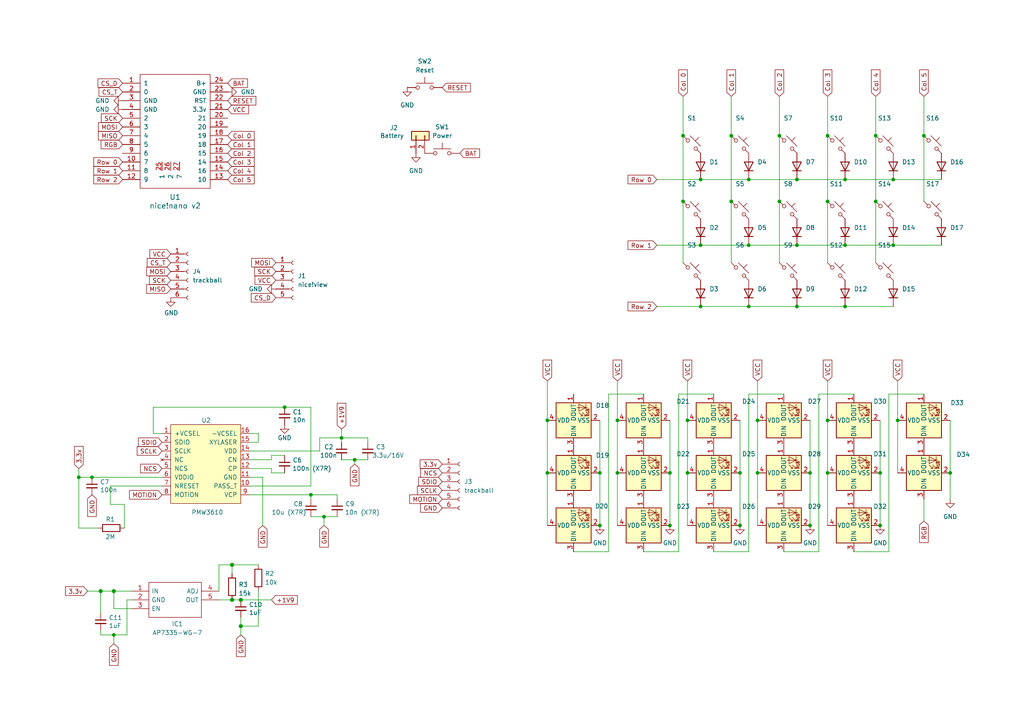
<source format=kicad_sch>
(kicad_sch (version 20231120) (generator "eeschema") (generator_version "8.0")
  (paper "A4")
  (junction (at 29.21 171.45) (diameter 1.016))
  (junction (at 240.03 58.42))
  (junction (at 179.07 121.92))
  (junction (at 67.31 173.99) (diameter 1.016))
  (junction (at 245.11 71.12))
  (junction (at 240.03 137.16))
  (junction (at 158.75 121.92))
  (junction (at 22.86 138.43))
  (junction (at 194.31 152.4))
  (junction (at 245.11 52.07))
  (junction (at 90.17 143.51))
  (junction (at 198.12 58.42))
  (junction (at 255.27 152.4))
  (junction (at 254 39.37))
  (junction (at 173.99 137.16))
  (junction (at 217.17 71.12))
  (junction (at 158.75 137.16))
  (junction (at 260.35 121.92))
  (junction (at 231.14 52.07))
  (junction (at 254 58.42))
  (junction (at 194.31 137.16))
  (junction (at 212.09 58.42))
  (junction (at 203.2 88.9))
  (junction (at 198.12 39.37))
  (junction (at 267.97 39.37))
  (junction (at 203.2 71.12))
  (junction (at 259.08 52.07))
  (junction (at 217.17 52.07))
  (junction (at 99.06 127))
  (junction (at 240.03 39.37))
  (junction (at 275.59 137.16))
  (junction (at 203.2 52.07))
  (junction (at 259.08 71.12))
  (junction (at 234.95 137.16))
  (junction (at 214.63 152.4))
  (junction (at 255.27 137.16))
  (junction (at 93.98 149.86))
  (junction (at 219.71 121.92))
  (junction (at 67.31 163.83) (diameter 1.016))
  (junction (at 219.71 137.16))
  (junction (at 245.11 88.9))
  (junction (at 69.85 181.61) (diameter 1.016))
  (junction (at 226.06 39.37))
  (junction (at 33.02 171.45) (diameter 1.016))
  (junction (at 226.06 58.42))
  (junction (at 240.03 121.92))
  (junction (at 26.67 138.43))
  (junction (at 214.63 137.16))
  (junction (at 82.55 118.11))
  (junction (at 212.09 39.37))
  (junction (at 173.99 152.4))
  (junction (at 199.39 121.92))
  (junction (at 217.17 88.9))
  (junction (at 179.07 137.16))
  (junction (at 69.85 173.99) (diameter 1.016))
  (junction (at 231.14 71.12))
  (junction (at 199.39 137.16))
  (junction (at 234.95 152.4))
  (junction (at 33.02 184.15))
  (junction (at 231.14 88.9))
  (junction (at 102.87 133.35))
  (wire (pts (xy 78.74 135.89) (xy 78.74 137.16)))
  (wire (pts (xy 72.39 140.97) (xy 90.17 140.97)))
  (wire (pts (xy 72.39 143.51) (xy 90.17 143.51)))
  (wire (pts (xy 257.81 160.02) (xy 247.65 160.02)))
  (wire (pts (xy 99.06 124.46) (xy 99.06 127)))
  (wire (pts (xy 90.17 143.51) (xy 90.17 144.78)))
  (wire (pts (xy 176.53 160.02) (xy 166.37 160.02)))
  (wire (pts (xy 28.448 153.162) (xy 22.86 153.162)))
  (wire (pts (xy 90.17 143.51) (xy 97.79 143.51)))
  (wire (pts (xy 72.39 130.81) (xy 92.71 130.81)))
  (wire (pts (xy 226.06 39.37) (xy 226.06 58.42)))
  (wire (pts (xy 267.97 39.37) (xy 267.97 58.42)))
  (wire (pts (xy 99.06 133.35) (xy 102.87 133.35)))
  (wire (pts (xy 245.11 71.12) (xy 259.08 71.12)))
  (wire (pts (xy 240.03 27.94) (xy 240.03 39.37)))
  (wire (pts (xy 92.71 130.81) (xy 92.71 127)))
  (wire (pts (xy 245.11 88.9) (xy 259.08 88.9)))
  (wire (pts (xy 102.87 133.35) (xy 106.68 133.35)))
  (wire (pts (xy 22.86 138.43) (xy 22.86 153.162)))
  (wire (pts (xy 217.17 114.3) (xy 217.17 160.02)))
  (wire (pts (xy 158.75 121.92) (xy 158.75 137.16)))
  (wire (pts (xy 234.95 121.92) (xy 234.95 137.16)))
  (wire (pts (xy 67.31 173.99) (xy 69.85 173.99)))
  (wire (pts (xy 44.45 125.73) (xy 46.99 125.73)))
  (wire (pts (xy 97.79 143.51) (xy 97.79 144.78)))
  (wire (pts (xy 67.31 163.83) (xy 67.31 166.37)))
  (wire (pts (xy 33.02 176.53) (xy 33.02 171.45)))
  (wire (pts (xy 196.85 114.3) (xy 196.85 160.02)))
  (wire (pts (xy 158.75 110.49) (xy 158.75 121.92)))
  (wire (pts (xy 254 58.42) (xy 254 76.2)))
  (wire (pts (xy 90.17 149.86) (xy 93.98 149.86)))
  (wire (pts (xy 29.21 184.15) (xy 33.02 184.15)))
  (wire (pts (xy 240.03 137.16) (xy 240.03 152.4)))
  (wire (pts (xy 212.09 58.42) (xy 212.09 76.2)))
  (wire (pts (xy 33.02 171.45) (xy 38.1 171.45)))
  (wire (pts (xy 32.004 140.97) (xy 46.99 140.97)))
  (wire (pts (xy 267.97 27.94) (xy 267.97 39.37)))
  (wire (pts (xy 93.98 149.86) (xy 97.79 149.86)))
  (wire (pts (xy 254 39.37) (xy 254 58.42)))
  (wire (pts (xy 275.59 121.92) (xy 275.59 137.16)))
  (wire (pts (xy 203.2 71.12) (xy 217.17 71.12)))
  (wire (pts (xy 69.85 179.07) (xy 69.85 181.61)))
  (wire (pts (xy 217.17 71.12) (xy 231.14 71.12)))
  (wire (pts (xy 72.39 125.73) (xy 74.93 125.73)))
  (wire (pts (xy 194.31 121.92) (xy 194.31 137.16)))
  (wire (pts (xy 217.17 160.02) (xy 207.01 160.02)))
  (wire (pts (xy 173.99 121.92) (xy 173.99 137.16)))
  (wire (pts (xy 257.81 114.3) (xy 257.81 160.02)))
  (wire (pts (xy 67.31 163.83) (xy 74.93 163.83)))
  (wire (pts (xy 199.39 110.49) (xy 199.39 121.92)))
  (wire (pts (xy 179.07 121.92) (xy 179.07 137.16)))
  (wire (pts (xy 255.27 121.92) (xy 255.27 137.16)))
  (wire (pts (xy 198.12 39.37) (xy 198.12 58.42)))
  (wire (pts (xy 82.55 118.11) (xy 44.45 118.11)))
  (wire (pts (xy 219.71 110.49) (xy 219.71 121.92)))
  (wire (pts (xy 36.068 146.304) (xy 32.004 146.304)))
  (wire (pts (xy 78.74 137.16) (xy 82.55 137.16)))
  (wire (pts (xy 231.14 71.12) (xy 245.11 71.12)))
  (wire (pts (xy 29.21 171.45) (xy 33.02 171.45)))
  (wire (pts (xy 36.83 173.99) (xy 36.83 184.15)))
  (wire (pts (xy 33.02 184.15) (xy 36.83 184.15)))
  (wire (pts (xy 226.06 58.42) (xy 226.06 76.2)))
  (wire (pts (xy 22.86 135.89) (xy 22.86 138.43)))
  (wire (pts (xy 158.75 137.16) (xy 158.75 152.4)))
  (wire (pts (xy 78.74 133.35) (xy 78.74 132.08)))
  (wire (pts (xy 190.5 52.07) (xy 203.2 52.07)))
  (wire (pts (xy 63.5 163.83) (xy 67.31 163.83)))
  (wire (pts (xy 72.39 128.27) (xy 74.93 128.27)))
  (wire (pts (xy 194.31 137.16) (xy 194.31 152.4)))
  (wire (pts (xy 217.17 52.07) (xy 231.14 52.07)))
  (wire (pts (xy 226.06 27.94) (xy 226.06 39.37)))
  (wire (pts (xy 217.17 88.9) (xy 231.14 88.9)))
  (wire (pts (xy 74.93 171.45) (xy 74.93 181.61)))
  (wire (pts (xy 179.07 137.16) (xy 179.07 152.4)))
  (wire (pts (xy 29.21 171.45) (xy 29.21 177.8)))
  (wire (pts (xy 198.12 27.94) (xy 198.12 39.37)))
  (wire (pts (xy 190.5 71.12) (xy 203.2 71.12)))
  (wire (pts (xy 240.03 121.92) (xy 240.03 137.16)))
  (wire (pts (xy 74.93 181.61) (xy 69.85 181.61)))
  (wire (pts (xy 69.85 173.99) (xy 78.74 173.99)))
  (wire (pts (xy 247.65 114.3) (xy 237.49 114.3)))
  (wire (pts (xy 29.21 184.15) (xy 29.21 182.88)))
  (wire (pts (xy 260.35 110.49) (xy 260.35 121.92)))
  (wire (pts (xy 102.87 134.62) (xy 102.87 133.35)))
  (wire (pts (xy 245.11 52.07) (xy 259.08 52.07)))
  (wire (pts (xy 212.09 27.94) (xy 212.09 39.37)))
  (wire (pts (xy 203.2 88.9) (xy 217.17 88.9)))
  (wire (pts (xy 259.08 52.07) (xy 273.05 52.07)))
  (wire (pts (xy 259.08 71.12) (xy 273.05 71.12)))
  (wire (pts (xy 214.63 121.92) (xy 214.63 137.16)))
  (wire (pts (xy 212.09 39.37) (xy 212.09 58.42)))
  (wire (pts (xy 190.5 88.9) (xy 203.2 88.9)))
  (wire (pts (xy 72.39 138.43) (xy 76.2 138.43)))
  (wire (pts (xy 99.06 127) (xy 106.68 127)))
  (wire (pts (xy 90.17 118.11) (xy 82.55 118.11)))
  (wire (pts (xy 26.67 138.43) (xy 46.99 138.43)))
  (wire (pts (xy 78.74 132.08) (xy 82.55 132.08)))
  (wire (pts (xy 199.39 137.16) (xy 199.39 152.4)))
  (wire (pts (xy 99.06 127) (xy 99.06 128.27)))
  (wire (pts (xy 234.95 137.16) (xy 234.95 152.4)))
  (wire (pts (xy 231.14 52.07) (xy 245.11 52.07)))
  (wire (pts (xy 32.004 146.304) (xy 32.004 140.97)))
  (wire (pts (xy 255.27 137.16) (xy 255.27 152.4)))
  (wire (pts (xy 231.14 88.9) (xy 245.11 88.9)))
  (wire (pts (xy 33.02 186.69) (xy 33.02 184.15)))
  (wire (pts (xy 44.45 118.11) (xy 44.45 125.73)))
  (wire (pts (xy 176.53 114.3) (xy 176.53 160.02)))
  (wire (pts (xy 179.07 110.49) (xy 179.07 121.92)))
  (wire (pts (xy 267.97 151.13) (xy 267.97 144.78)))
  (wire (pts (xy 186.69 114.3) (xy 176.53 114.3)))
  (wire (pts (xy 72.39 135.89) (xy 78.74 135.89)))
  (wire (pts (xy 237.49 114.3) (xy 237.49 160.02)))
  (wire (pts (xy 63.5 163.83) (xy 63.5 171.45)))
  (wire (pts (xy 227.33 114.3) (xy 217.17 114.3)))
  (wire (pts (xy 240.03 110.49) (xy 240.03 121.92)))
  (wire (pts (xy 92.71 127) (xy 99.06 127)))
  (wire (pts (xy 25.4 171.45) (xy 29.21 171.45)))
  (wire (pts (xy 240.03 58.42) (xy 240.03 76.2)))
  (wire (pts (xy 93.98 152.4) (xy 93.98 149.86)))
  (wire (pts (xy 198.12 58.42) (xy 198.12 76.2)))
  (wire (pts (xy 74.93 125.73) (xy 74.93 128.27)))
  (wire (pts (xy 207.01 114.3) (xy 196.85 114.3)))
  (wire (pts (xy 267.97 114.3) (xy 257.81 114.3)))
  (wire (pts (xy 214.63 137.16) (xy 214.63 152.4)))
  (wire (pts (xy 38.1 173.99) (xy 36.83 173.99)))
  (wire (pts (xy 275.59 144.78) (xy 275.59 137.16)))
  (wire (pts (xy 38.1 176.53) (xy 33.02 176.53)))
  (wire (pts (xy 260.35 121.92) (xy 260.35 137.16)))
  (wire (pts (xy 76.2 138.43) (xy 76.2 152.4)))
  (wire (pts (xy 219.71 137.16) (xy 219.71 152.4)))
  (wire (pts (xy 173.99 137.16) (xy 173.99 152.4)))
  (wire (pts (xy 69.85 181.61) (xy 69.85 184.15)))
  (wire (pts (xy 240.03 39.37) (xy 240.03 58.42)))
  (wire (pts (xy 72.39 133.35) (xy 78.74 133.35)))
  (wire (pts (xy 22.86 138.43) (xy 26.67 138.43)))
  (wire (pts (xy 219.71 121.92) (xy 219.71 137.16)))
  (wire (pts (xy 254 27.94) (xy 254 39.37)))
  (wire (pts (xy 63.5 173.99) (xy 67.31 173.99)))
  (wire (pts (xy 196.85 160.02) (xy 186.69 160.02)))
  (wire (pts (xy 90.17 140.97) (xy 90.17 118.11)))
  (wire (pts (xy 36.068 146.304) (xy 36.068 153.162)))
  (wire (pts (xy 203.2 52.07) (xy 217.17 52.07)))
  (wire (pts (xy 237.49 160.02) (xy 227.33 160.02)))
  (wire (pts (xy 199.39 121.92) (xy 199.39 137.16)))
  (wire (pts (xy 106.68 127) (xy 106.68 128.27)))
  (global_label "VCC" (shape input) (at 66.04 31.75 0) (property "Intersheetrefs" "${INTERSHEET_REFS}" (effects (hide yes))))
  (global_label "Row 0" (shape input) (at 190.5 52.07 180) (property "Intersheetrefs" "${INTERSHEET_REFS}" (effects (hide yes))))
  (global_label "SCLK" (shape input) (at 46.99 130.81 180) (property "Intersheetrefs" "${INTERSHEET_REFS}" (effects (hide yes))))
  (global_label "MOSI" (shape input) (at 35.56 36.83 180) (property "Intersheetrefs" "${INTERSHEET_REFS}" (effects (hide yes))))
  (global_label "Row 2" (shape input) (at 35.56 52.07 180) (property "Intersheetrefs" "${INTERSHEET_REFS}" (effects (hide yes))))
  (global_label "BAT" (shape input) (at 66.04 24.13 0) (property "Intersheetrefs" "${INTERSHEET_REFS}" (effects (hide yes))))
  (global_label "RESET" (shape input) (at 66.04 29.21 0) (property "Intersheetrefs" "${INTERSHEET_REFS}" (effects (hide yes))))
  (global_label "Col 1" (shape input) (at 212.09 27.94 90) (property "Intersheetrefs" "${INTERSHEET_REFS}" (effects (hide yes))))
  (global_label "Col 0" (shape input) (at 66.04 39.37 0) (property "Intersheetrefs" "${INTERSHEET_REFS}" (effects (hide yes))))
  (global_label "CS_D" (shape input) (at 35.56 24.13 180) (property "Intersheetrefs" "${INTERSHEET_REFS}" (effects (hide yes))))
  (global_label "GND" (shape input) (at 69.85 184.15 270) (property "Intersheetrefs" "${INTERSHEET_REFS}" (effects (hide yes))))
  (global_label "VCC" (shape input) (at 199.39 110.49 90) (property "Intersheetrefs" "${INTERSHEET_REFS}" (effects (hide yes))))
  (global_label "MOSI" (shape input) (at 49.53 78.74 180) (property "Intersheetrefs" "${INTERSHEET_REFS}" (effects (hide yes))))
  (global_label "VCC" (shape input) (at 158.75 110.49 90) (property "Intersheetrefs" "${INTERSHEET_REFS}" (effects (hide yes))))
  (global_label "GND" (shape input) (at 76.2 152.4 270) (property "Intersheetrefs" "${INTERSHEET_REFS}" (effects (hide yes))))
  (global_label "VCC" (shape input) (at 240.03 110.49 90) (property "Intersheetrefs" "${INTERSHEET_REFS}" (effects (hide yes))))
  (global_label "Col 3" (shape input) (at 66.04 46.99 0) (property "Intersheetrefs" "${INTERSHEET_REFS}" (effects (hide yes))))
  (global_label "VCC" (shape input) (at 260.35 110.49 90) (property "Intersheetrefs" "${INTERSHEET_REFS}" (effects (hide yes))))
  (global_label "SDIO" (shape input) (at 128.27 139.7 180) (property "Intersheetrefs" "${INTERSHEET_REFS}" (effects (hide yes))))
  (global_label "SDIO" (shape input) (at 46.99 128.27 180) (property "Intersheetrefs" "${INTERSHEET_REFS}" (effects (hide yes))))
  (global_label "Col 2" (shape input) (at 226.06 27.94 90) (property "Intersheetrefs" "${INTERSHEET_REFS}" (effects (hide yes))))
  (global_label "VCC" (shape input) (at 80.01 81.28 180) (property "Intersheetrefs" "${INTERSHEET_REFS}" (effects (hide yes))))
  (global_label "RGB" (shape input) (at 267.97 151.13 270) (property "Intersheetrefs" "${INTERSHEET_REFS}" (effects (hide yes))))
  (global_label "SCLK" (shape input) (at 128.27 142.24 180) (property "Intersheetrefs" "${INTERSHEET_REFS}" (effects (hide yes))))
  (global_label "Row 1" (shape input) (at 190.5 71.12 180) (property "Intersheetrefs" "${INTERSHEET_REFS}" (effects (hide yes))))
  (global_label "Col 4" (shape input) (at 254 27.94 90) (property "Intersheetrefs" "${INTERSHEET_REFS}" (effects (hide yes))))
  (global_label "Col 1" (shape input) (at 66.04 41.91 0) (property "Intersheetrefs" "${INTERSHEET_REFS}" (effects (hide yes))))
  (global_label "GND" (shape input) (at 26.67 143.51 270) (property "Intersheetrefs" "${INTERSHEET_REFS}" (effects (hide yes))))
  (global_label "RESET" (shape input) (at 128.27 25.4 0) (property "Intersheetrefs" "${INTERSHEET_REFS}" (effects (hide yes))))
  (global_label "Row 1" (shape input) (at 35.56 49.53 180) (property "Intersheetrefs" "${INTERSHEET_REFS}" (effects (hide yes))))
  (global_label "MISO" (shape input) (at 35.56 39.37 180) (property "Intersheetrefs" "${INTERSHEET_REFS}" (effects (hide yes))))
  (global_label "Col 0" (shape input) (at 198.12 27.94 90) (property "Intersheetrefs" "${INTERSHEET_REFS}" (effects (hide yes))))
  (global_label "MOTION" (shape input) (at 128.27 144.78 180) (property "Intersheetrefs" "${INTERSHEET_REFS}" (effects (hide yes))))
  (global_label "GND" (shape input) (at 128.27 147.32 180) (property "Intersheetrefs" "${INTERSHEET_REFS}" (effects (hide yes))))
  (global_label "RGB" (shape input) (at 35.56 41.91 180) (property "Intersheetrefs" "${INTERSHEET_REFS}" (effects (hide yes))))
  (global_label "Col 2" (shape input) (at 66.04 44.45 0) (property "Intersheetrefs" "${INTERSHEET_REFS}" (effects (hide yes))))
  (global_label "NCS" (shape input) (at 128.27 137.16 180) (property "Intersheetrefs" "${INTERSHEET_REFS}" (effects (hide yes))))
  (global_label "CS_T" (shape input) (at 35.56 26.67 180) (property "Intersheetrefs" "${INTERSHEET_REFS}" (effects (hide yes))))
  (global_label "GND" (shape input) (at 102.87 134.62 270) (property "Intersheetrefs" "${INTERSHEET_REFS}" (effects (hide yes))))
  (global_label "SCK" (shape input) (at 80.01 78.74 180) (property "Intersheetrefs" "${INTERSHEET_REFS}" (effects (hide yes))))
  (global_label "CS_T" (shape input) (at 49.53 76.2 180) (property "Intersheetrefs" "${INTERSHEET_REFS}" (effects (hide yes))))
  (global_label "GND" (shape input) (at 33.02 186.69 270) (property "Intersheetrefs" "${INTERSHEET_REFS}" (effects (hide yes))))
  (global_label "MOSI" (shape input) (at 80.01 76.2 180) (property "Intersheetrefs" "${INTERSHEET_REFS}" (effects (hide yes))))
  (global_label "3.3v" (shape input) (at 128.27 134.62 180) (property "Intersheetrefs" "${INTERSHEET_REFS}" (effects (hide yes))))
  (global_label "3.3v" (shape input) (at 22.86 135.89 90) (property "Intersheetrefs" "${INTERSHEET_REFS}" (effects (hide yes))))
  (global_label "CS_D" (shape input) (at 80.01 86.36 180) (property "Intersheetrefs" "${INTERSHEET_REFS}" (effects (hide yes))))
  (global_label "MOTION" (shape input) (at 46.99 143.51 180) (property "Intersheetrefs" "${INTERSHEET_REFS}" (effects (hide yes))))
  (global_label "3.3v" (shape input) (at 25.4 171.45 180) (property "Intersheetrefs" "${INTERSHEET_REFS}" (effects (hide yes))))
  (global_label "VCC" (shape input) (at 179.07 110.49 90) (property "Intersheetrefs" "${INTERSHEET_REFS}" (effects (hide yes))))
  (global_label "Col 4" (shape input) (at 66.04 49.53 0) (property "Intersheetrefs" "${INTERSHEET_REFS}" (effects (hide yes))))
  (global_label "Row 0" (shape input) (at 35.56 46.99 180) (property "Intersheetrefs" "${INTERSHEET_REFS}" (effects (hide yes))))
  (global_label "Col 5" (shape input) (at 267.97 27.94 90) (property "Intersheetrefs" "${INTERSHEET_REFS}" (effects (hide yes))))
  (global_label "Col 3" (shape input) (at 240.03 27.94 90) (property "Intersheetrefs" "${INTERSHEET_REFS}" (effects (hide yes))))
  (global_label "Row 2" (shape input) (at 190.5 88.9 180) (property "Intersheetrefs" "${INTERSHEET_REFS}" (effects (hide yes))))
  (global_label "NCS" (shape input) (at 46.99 135.89 180) (property "Intersheetrefs" "${INTERSHEET_REFS}" (effects (hide yes))))
  (global_label "GND" (shape input) (at 93.98 152.4 270) (property "Intersheetrefs" "${INTERSHEET_REFS}" (effects (hide yes))))
  (global_label "+1V9" (shape input) (at 78.74 173.99 0) (property "Intersheetrefs" "${INTERSHEET_REFS}" (effects (hide yes))))
  (global_label "BAT" (shape input) (at 133.35 44.45 0) (property "Intersheetrefs" "${INTERSHEET_REFS}" (effects (hide yes))))
  (global_label "VCC" (shape input) (at 219.71 110.49 90) (property "Intersheetrefs" "${INTERSHEET_REFS}" (effects (hide yes))))
  (global_label "SCK" (shape input) (at 49.53 81.28 180) (property "Intersheetrefs" "${INTERSHEET_REFS}" (effects (hide yes))))
  (global_label "SCK" (shape input) (at 35.56 34.29 180) (property "Intersheetrefs" "${INTERSHEET_REFS}" (effects (hide yes))))
  (global_label "VCC" (shape input) (at 49.53 73.66 180) (property "Intersheetrefs" "${INTERSHEET_REFS}" (effects (hide yes))))
  (global_label "+1V9" (shape input) (at 99.06 124.46 90) (property "Intersheetrefs" "${INTERSHEET_REFS}" (effects (hide yes))))
  (global_label "Col 5" (shape input) (at 66.04 52.07 0) (property "Intersheetrefs" "${INTERSHEET_REFS}" (effects (hide yes))))
  (global_label "MISO" (shape input) (at 49.53 83.82 180) (property "Intersheetrefs" "${INTERSHEET_REFS}" (effects (hide yes))))
  (symbol (lib_id "ScottoKeebs:Placeholder_Diode") (at 203.2 67.31 90) (unit 1)
    (property "Reference" "D2" (at 205.74 66.0399 90) (effects (justify right)))
    (property "Value" "Diode" (effects (hide yes)))
    (property "Footprint" "ScottoKeebs_Components:Diode_SOD-123_Reversible" (effects (hide yes)))
    (property "Description" "1N4148 (DO-35) or 1N4148W (SOD-123)" (effects (hide yes)))
    (property "Sim.Device" "D" (effects (hide yes)))
    (property "Sim.Pins" "1=K 2=A" (effects (hide yes)))
  )
  (symbol (lib_id "ScottoKeebs:Placeholder_Keyswitch") (at 270.51 60.96 0) (unit 1)
    (property "Reference" "S17" (at 270.51 53.34 0))
    (property "Value" "Keyswitch" (effects (hide yes)))
    (property "Footprint" "keyswitches:Kailh_socket_PG1350_reversible_better" (effects (hide yes)))
    (property "Description" "Push button switch, normally open, two pins, 45° tilted" (effects (hide yes)))
  )
  (symbol (lib_id "Device:C_Small") (at 29.21 180.34 0) (unit 1)
    (property "Reference" "C11" (at 31.5468 179.1716 0) (effects (justify left)))
    (property "Value" "1uF" (at 31.5468 181.483 0) (effects (justify left)))
    (property "Footprint" "Capacitor_SMD:C_0603_1608Metric" (effects (hide yes)))
    (property "LCSC" "C15849" (effects (hide yes)))
  )
  (symbol (lib_id "ScottoKeebs:LED_SK6812MINI") (at 247.65 152.4 90) (unit 1)
    (property "Reference" "D32" (at 255.27 146.9038 90))
    (property "Value" "LED_SK6812MINI" (effects (hide yes)))
    (property "Footprint" "ScottoKeebs_Components:LED_SK6812MINI_Reversible" (effects (hide yes)))
    (property "Datasheet" "https://cdn-shop.adafruit.com/product-files/2686/SK6812MINI_REV.01-1-2.pdf" (effects (hide yes)))
    (property "Description" "RGB LED with integrated controller" (effects (hide yes)))
  )
  (symbol (lib_id "Device:C_Small") (at 26.67 140.97 0) (unit 1)
    (property "Reference" "C7" (at 29.0068 139.8016 0) (effects (justify left)))
    (property "Value" "100n" (at 29.0068 142.113 0) (effects (justify left)))
    (property "Footprint" "Capacitor_SMD:C_0603_1608Metric" (effects (hide yes)))
    (property "LCSC" "C19666" (effects (hide yes)))
  )
  (symbol (lib_id "ScottoKeebs:Placeholder_Keyswitch") (at 200.66 60.96 0) (unit 1)
    (property "Reference" "S2" (at 200.66 53.34 0))
    (property "Value" "Keyswitch" (effects (hide yes)))
    (property "Footprint" "keyswitches:Kailh_socket_PG1350_reversible_better" (effects (hide yes)))
    (property "Description" "Push button switch, normally open, two pins, 45° tilted" (effects (hide yes)))
  )
  (symbol (lib_id "ScottoKeebs:MCU_Nice_Nano_V2") (at 50.8 38.1 0) (unit 1)
    (property "Reference" "U1" (at 50.8 57.15 0) (effects (font (size 1.524 1.524))))
    (property "Value" "nice!nano v2" (at 50.8 59.69 0) (effects (font (size 1.524 1.524))))
    (property "Footprint" "keyboard_reversible:ProMicro" (effects (hide yes)))
  )
  (symbol (lib_id "ScottoKeebs:LED_SK6812MINI") (at 227.33 152.4 90) (unit 1)
    (property "Reference" "D29" (at 236.22 146.9038 90))
    (property "Value" "LED_SK6812MINI" (effects (hide yes)))
    (property "Footprint" "ScottoKeebs_Components:LED_SK6812MINI_Reversible" (effects (hide yes)))
    (property "Datasheet" "https://cdn-shop.adafruit.com/product-files/2686/SK6812MINI_REV.01-1-2.pdf" (effects (hide yes)))
    (property "Description" "RGB LED with integrated controller" (effects (hide yes)))
  )
  (symbol (lib_id "ScottoKeebs:Placeholder_Keyswitch") (at 242.57 60.96 0) (unit 1)
    (property "Reference" "S11" (at 242.57 53.34 0))
    (property "Value" "Keyswitch" (effects (hide yes)))
    (property "Footprint" "keyswitches:Kailh_socket_PG1350_reversible_better" (effects (hide yes)))
    (property "Description" "Push button switch, normally open, two pins, 45° tilted" (effects (hide yes)))
  )
  (symbol (lib_id "ScottoKeebs:Placeholder_Diode") (at 259.08 67.31 90) (unit 1)
    (property "Reference" "D14" (at 261.62 66.0399 90) (effects (justify right)))
    (property "Value" "Diode" (effects (hide yes)))
    (property "Footprint" "ScottoKeebs_Components:Diode_SOD-123_Reversible" (effects (hide yes)))
    (property "Description" "1N4148 (DO-35) or 1N4148W (SOD-123)" (effects (hide yes)))
    (property "Sim.Device" "D" (effects (hide yes)))
    (property "Sim.Pins" "1=K 2=A" (effects (hide yes)))
  )
  (symbol (lib_id "power:GND") (at 80.01 83.82 270) (unit 1)
    (property "Reference" "#PWR013" (effects (hide yes)))
    (property "Value" "GND" (at 76.2 83.8199 90) (effects (justify right)))
    (property "Description" "Power symbol creates a global label with name \"GND\" , ground" (effects (hide yes)))
  )
  (symbol (lib_id "ScottoKeebs:LED_SK6812MINI") (at 166.37 152.4 90) (unit 1)
    (property "Reference" "D20" (at 174.498 146.812 90))
    (property "Value" "LED_SK6812MINI" (effects (hide yes)))
    (property "Footprint" "ScottoKeebs_Components:LED_SK6812MINI_Reversible" (effects (hide yes)))
    (property "Datasheet" "https://cdn-shop.adafruit.com/product-files/2686/SK6812MINI_REV.01-1-2.pdf" (effects (hide yes)))
    (property "Description" "RGB LED with integrated controller" (effects (hide yes)))
  )
  (symbol (lib_id "ScottoKeebs:Placeholder_Switch") (at 123.19 25.4 0) (unit 1)
    (property "Reference" "SW2" (at 123.19 17.78 0))
    (property "Value" "Reset" (at 123.19 20.32 0))
    (property "Footprint" "Button_Switch_SMD:SW_SPST_B3U-1000P_Reversible" (effects (hide yes)))
    (property "Description" "Push button switch, generic, two pins" (effects (hide yes)))
  )
  (symbol (lib_id "ScottoKeebs:Placeholder_Keyswitch") (at 200.66 78.74 0) (unit 1)
    (property "Reference" "S3" (at 200.66 71.12 0))
    (property "Value" "Keyswitch" (effects (hide yes)))
    (property "Footprint" "keyswitches:Kailh_socket_PG1350_reversible_better" (effects (hide yes)))
    (property "Description" "Push button switch, normally open, two pins, 45° tilted" (effects (hide yes)))
  )
  (symbol (lib_id "ScottoKeebs:Placeholder_Keyswitch") (at 200.66 41.91 0) (unit 1)
    (property "Reference" "S1" (at 200.66 34.29 0))
    (property "Value" "Keyswitch" (effects (hide yes)))
    (property "Footprint" "keyswitches:Kailh_socket_PG1350_reversible_better" (effects (hide yes)))
    (property "Description" "Push button switch, normally open, two pins, 45° tilted" (effects (hide yes)))
  )
  (symbol (lib_id "ScottoKeebs:Placeholder_Diode") (at 217.17 85.09 90) (unit 1)
    (property "Reference" "D6" (at 219.71 83.8199 90) (effects (justify right)))
    (property "Value" "Diode" (effects (hide yes)))
    (property "Footprint" "ScottoKeebs_Components:Diode_SOD-123_Reversible" (effects (hide yes)))
    (property "Description" "1N4148 (DO-35) or 1N4148W (SOD-123)" (effects (hide yes)))
    (property "Sim.Device" "D" (effects (hide yes)))
    (property "Sim.Pins" "1=K 2=A" (effects (hide yes)))
  )
  (symbol (lib_id "ScottoKeebs:Placeholder_Diode") (at 259.08 48.26 90) (unit 1)
    (property "Reference" "D13" (at 261.62 46.9899 90) (effects (justify right)))
    (property "Value" "Diode" (effects (hide yes)))
    (property "Footprint" "ScottoKeebs_Components:Diode_SOD-123_Reversible" (effects (hide yes)))
    (property "Description" "1N4148 (DO-35) or 1N4148W (SOD-123)" (effects (hide yes)))
    (property "Sim.Device" "D" (effects (hide yes)))
    (property "Sim.Pins" "1=K 2=A" (effects (hide yes)))
  )
  (symbol (lib_id "ScottoKeebs:Placeholder_Keyswitch") (at 256.54 78.74 0) (unit 1)
    (property "Reference" "S15" (at 256.54 71.12 0))
    (property "Value" "Keyswitch" (effects (hide yes)))
    (property "Footprint" "keyswitches:Kailh_socket_PG1350_reversible_better" (effects (hide yes)))
    (property "Description" "Push button switch, normally open, two pins, 45° tilted" (effects (hide yes)))
  )
  (symbol (lib_id "power:GND") (at 118.11 25.4 0) (unit 1)
    (property "Reference" "#PWR011" (effects (hide yes)))
    (property "Value" "GND" (at 118.11 30.48 0))
    (property "Description" "Power symbol creates a global label with name \"GND\" , ground" (effects (hide yes)))
  )
  (symbol (lib_id "ScottoKeebs:Placeholder_Keyswitch") (at 228.6 60.96 0) (unit 1)
    (property "Reference" "S8" (at 228.6 53.34 0))
    (property "Value" "Keyswitch" (effects (hide yes)))
    (property "Footprint" "keyswitches:Kailh_socket_PG1350_reversible_better" (effects (hide yes)))
    (property "Description" "Push button switch, normally open, two pins, 45° tilted" (effects (hide yes)))
  )
  (symbol (lib_id "ScottoKeebs:Placeholder_Diode") (at 273.05 48.26 90) (unit 1)
    (property "Reference" "D16" (at 275.59 46.9899 90) (effects (justify right)))
    (property "Value" "Diode" (effects (hide yes)))
    (property "Footprint" "ScottoKeebs_Components:Diode_SOD-123_Reversible" (effects (hide yes)))
    (property "Description" "1N4148 (DO-35) or 1N4148W (SOD-123)" (effects (hide yes)))
    (property "Sim.Device" "D" (effects (hide yes)))
    (property "Sim.Pins" "1=K 2=A" (effects (hide yes)))
  )
  (symbol (lib_id "ScottoKeebs:Placeholder_Diode") (at 231.14 67.31 90) (unit 1)
    (property "Reference" "D8" (at 233.68 66.0399 90) (effects (justify right)))
    (property "Value" "Diode" (effects (hide yes)))
    (property "Footprint" "ScottoKeebs_Components:Diode_SOD-123_Reversible" (effects (hide yes)))
    (property "Description" "1N4148 (DO-35) or 1N4148W (SOD-123)" (effects (hide yes)))
    (property "Sim.Device" "D" (effects (hide yes)))
    (property "Sim.Pins" "1=K 2=A" (effects (hide yes)))
  )
  (symbol (lib_id "ScottoKeebs:Placeholder_Keyswitch") (at 214.63 41.91 0) (unit 1)
    (property "Reference" "S4" (at 214.63 34.29 0))
    (property "Value" "Keyswitch" (effects (hide yes)))
    (property "Footprint" "keyswitches:Kailh_socket_PG1350_reversible_better" (effects (hide yes)))
    (property "Description" "Push button switch, normally open, two pins, 45° tilted" (effects (hide yes)))
  )
  (symbol (lib_id "ScottoKeebs:LED_SK6812MINI") (at 207.01 121.92 90) (unit 1)
    (property "Reference" "D24" (at 217.17 116.4238 90))
    (property "Value" "LED_SK6812MINI" (effects (hide yes)))
    (property "Footprint" "ScottoKeebs_Components:LED_SK6812MINI_Reversible" (effects (hide yes)))
    (property "Datasheet" "https://cdn-shop.adafruit.com/product-files/2686/SK6812MINI_REV.01-1-2.pdf" (effects (hide yes)))
    (property "Description" "RGB LED with integrated controller" (effects (hide yes)))
  )
  (symbol (lib_id "Connector_Generic:Conn_01x02") (at 120.65 39.37 90) (unit 1)
    (property "Reference" "J2" (at 113.03 37.084 90) (effects (justify right)))
    (property "Value" "Battery" (at 110.236 39.37 90) (effects (justify right)))
    (property "Footprint" "Connector_JST:JST_ZH_S2B-ZR-SM4A-TF_1x02-1MP_P1.50mm_Horizontal_Reversible" (effects (hide yes)))
    (property "Description" "Generic connector, single row, 01x02, script generated (kicad-library-utils/schlib/autogen/connector/)" (effects (hide yes)))
  )
  (symbol (lib_id "ScottoKeebs:Placeholder_Keyswitch") (at 214.63 78.74 0) (unit 1)
    (property "Reference" "S6" (at 214.63 71.12 0))
    (property "Value" "Keyswitch" (effects (hide yes)))
    (property "Footprint" "keyswitches:Kailh_socket_PG1350_reversible_better" (effects (hide yes)))
    (property "Description" "Push button switch, normally open, two pins, 45° tilted" (effects (hide yes)))
  )
  (symbol (lib_id "power:GND") (at 214.63 152.4 0) (unit 1)
    (property "Reference" "#PWR04" (effects (hide yes)))
    (property "Value" "GND" (at 214.63 157.48 0))
    (property "Description" "Power symbol creates a global label with name \"GND\" , ground" (effects (hide yes)))
  )
  (symbol (lib_id "Device:C_Small") (at 82.55 134.62 0) (unit 1)
    (property "Reference" "C6" (at 84.8868 133.4516 0) (effects (justify left)))
    (property "Value" " 100n (X7R)" (at 83.82 135.89 0) (effects (justify left)))
    (property "Footprint" "Capacitor_SMD:C_0603_1608Metric" (effects (hide yes)))
    (property "LCSC" "C19666" (effects (hide yes)))
  )
  (symbol (lib_id "power:GND") (at 120.65 44.45 0) (unit 1)
    (property "Reference" "#PWR010" (effects (hide yes)))
    (property "Value" "GND" (at 120.65 49.53 0))
    (property "Description" "Power symbol creates a global label with name \"GND\" , ground" (effects (hide yes)))
  )
  (symbol (lib_id "power:GND") (at 173.99 152.4 0) (unit 1)
    (property "Reference" "#PWR06" (effects (hide yes)))
    (property "Value" "GND" (at 173.99 157.48 0))
    (property "Description" "Power symbol creates a global label with name \"GND\" , ground" (effects (hide yes)))
  )
  (symbol (lib_id "ScottoKeebs:LED_SK6812MINI") (at 186.69 152.4 90) (unit 1)
    (property "Reference" "D23" (at 198.12 146.9038 90))
    (property "Value" "LED_SK6812MINI" (effects (hide yes)))
    (property "Footprint" "ScottoKeebs_Components:LED_SK6812MINI_Reversible" (effects (hide yes)))
    (property "Datasheet" "https://cdn-shop.adafruit.com/product-files/2686/SK6812MINI_REV.01-1-2.pdf" (effects (hide yes)))
    (property "Description" "RGB LED with integrated controller" (effects (hide yes)))
  )
  (symbol (lib_id "ScottoKeebs:LED_SK6812MINI") (at 207.01 137.16 90) (unit 1)
    (property "Reference" "D25" (at 217.17 131.6638 90))
    (property "Value" "LED_SK6812MINI" (effects (hide yes)))
    (property "Footprint" "ScottoKeebs_Components:LED_SK6812MINI_Reversible" (effects (hide yes)))
    (property "Datasheet" "https://cdn-shop.adafruit.com/product-files/2686/SK6812MINI_REV.01-1-2.pdf" (effects (hide yes)))
    (property "Description" "RGB LED with integrated controller" (effects (hide yes)))
  )
  (symbol (lib_id "ScottoKeebs:Placeholder_Keyswitch") (at 270.51 41.91 0) (unit 1)
    (property "Reference" "S16" (at 270.51 34.29 0))
    (property "Value" "Keyswitch" (effects (hide yes)))
    (property "Footprint" "keyswitches:Kailh_socket_PG1350_reversible_better" (effects (hide yes)))
    (property "Description" "Push button switch, normally open, two pins, 45° tilted" (effects (hide yes)))
  )
  (symbol (lib_id "power:GND") (at 275.59 144.78 0) (unit 1)
    (property "Reference" "#PWR0107" (effects (hide yes)))
    (property "Value" "GND" (at 275.59 149.86 0))
    (property "Description" "Power symbol creates a global label with name \"GND\" , ground" (effects (hide yes)))
  )
  (symbol (lib_id "ScottoKeebs:Placeholder_Diode") (at 259.08 85.09 90) (unit 1)
    (property "Reference" "D15" (at 261.62 83.8199 90) (effects (justify right)))
    (property "Value" "Diode" (effects (hide yes)))
    (property "Footprint" "ScottoKeebs_Components:Diode_SOD-123_Reversible" (effects (hide yes)))
    (property "Description" "1N4148 (DO-35) or 1N4148W (SOD-123)" (effects (hide yes)))
    (property "Sim.Device" "D" (effects (hide yes)))
    (property "Sim.Pins" "1=K 2=A" (effects (hide yes)))
  )
  (symbol (lib_id "ScottoKeebs:Placeholder_Keyswitch") (at 256.54 60.96 0) (unit 1)
    (property "Reference" "S14" (at 256.54 53.34 0))
    (property "Value" "Keyswitch" (effects (hide yes)))
    (property "Footprint" "keyswitches:Kailh_socket_PG1350_reversible_better" (effects (hide yes)))
    (property "Description" "Push button switch, normally open, two pins, 45° tilted" (effects (hide yes)))
  )
  (symbol (lib_id "Connector:Conn_01x05_Socket") (at 85.09 81.28 0) (unit 1)
    (property "Reference" "J1" (at 86.36 80.0099 0) (effects (justify left)))
    (property "Value" "nice!view" (at 86.36 82.5499 0) (effects (justify left)))
    (property "Footprint" "Connector_PinHeader_2.54mm:PinHeader_1x05_P2.54mm_Vertical" (effects (hide yes)))
    (property "Description" "Generic connector, single row, 01x05, script generated" (effects (hide yes)))
  )
  (symbol (lib_id "mysymbol:PMW3610") (at 59.69 135.89 0) (unit 1)
    (property "Reference" "U2" (at 58.42 121.92 0) (effects (justify left)))
    (property "Value" "PMW3610" (at 64.77 148.59 0) (effects (justify right)))
    (property "Footprint" "sensor:PMW3610" (effects (hide yes)))
  )
  (symbol (lib_id "ScottoKeebs:LED_SK6812MINI") (at 186.69 137.16 90) (unit 1)
    (property "Reference" "D22" (at 198.12 131.6638 90))
    (property "Value" "LED_SK6812MINI" (effects (hide yes)))
    (property "Footprint" "ScottoKeebs_Components:LED_SK6812MINI_Reversible" (effects (hide yes)))
    (property "Datasheet" "https://cdn-shop.adafruit.com/product-files/2686/SK6812MINI_REV.01-1-2.pdf" (effects (hide yes)))
    (property "Description" "RGB LED with integrated controller" (effects (hide yes)))
  )
  (symbol (lib_id "ScottoKeebs:LED_SK6812MINI") (at 247.65 121.92 90) (unit 1)
    (property "Reference" "D30" (at 255.27 116.4238 90))
    (property "Value" "LED_SK6812MINI" (effects (hide yes)))
    (property "Footprint" "ScottoKeebs_Components:LED_SK6812MINI_Reversible" (effects (hide yes)))
    (property "Datasheet" "https://cdn-shop.adafruit.com/product-files/2686/SK6812MINI_REV.01-1-2.pdf" (effects (hide yes)))
    (property "Description" "RGB LED with integrated controller" (effects (hide yes)))
  )
  (symbol (lib_id "ScottoKeebs:LED_SK6812MINI") (at 247.65 137.16 90) (unit 1)
    (property "Reference" "D31" (at 255.27 131.6638 90))
    (property "Value" "LED_SK6812MINI" (effects (hide yes)))
    (property "Footprint" "ScottoKeebs_Components:LED_SK6812MINI_Reversible" (effects (hide yes)))
    (property "Datasheet" "https://cdn-shop.adafruit.com/product-files/2686/SK6812MINI_REV.01-1-2.pdf" (effects (hide yes)))
    (property "Description" "RGB LED with integrated controller" (effects (hide yes)))
  )
  (symbol (lib_id "ScottoKeebs:Placeholder_Diode") (at 245.11 85.09 90) (unit 1)
    (property "Reference" "D12" (at 247.65 83.8199 90) (effects (justify right)))
    (property "Value" "Diode" (effects (hide yes)))
    (property "Footprint" "ScottoKeebs_Components:Diode_SOD-123_Reversible" (effects (hide yes)))
    (property "Description" "1N4148 (DO-35) or 1N4148W (SOD-123)" (effects (hide yes)))
    (property "Sim.Device" "D" (effects (hide yes)))
    (property "Sim.Pins" "1=K 2=A" (effects (hide yes)))
  )
  (symbol (lib_name "GND_6") (lib_id "power:GND") (at 82.55 123.19 0) (unit 1)
    (property "Reference" "#PWR0105" (effects (hide yes)))
    (property "Value" "GND" (at 82.55 127 0))
  )
  (symbol (lib_id "power:GND") (at 234.95 152.4 0) (unit 1)
    (property "Reference" "#PWR0108" (effects (hide yes)))
    (property "Value" "GND" (at 234.95 157.48 0))
    (property "Description" "Power symbol creates a global label with name \"GND\" , ground" (effects (hide yes)))
  )
  (symbol (lib_id "Connector:Conn_01x06_Socket") (at 133.35 139.7 0) (unit 1)
    (property "Reference" "J3" (at 134.62 139.6999 0) (effects (justify left)))
    (property "Value" "trackball" (at 134.62 142.2399 0) (effects (justify left)))
    (property "Footprint" "Connector_Wuerth:Wuerth_WR-WTB_64800611622_1x06_P1.50mm_Vertical" (effects (hide yes)))
    (property "Description" "Generic connector, single row, 01x06, script generated" (effects (hide yes)))
  )
  (symbol (lib_id "ScottoKeebs:LED_SK6812MINI") (at 166.37 121.92 90) (unit 1)
    (property "Reference" "D18" (at 174.752 117.602 90))
    (property "Value" "LED_SK6812MINI" (effects (hide yes)))
    (property "Footprint" "ScottoKeebs_Components:LED_SK6812MINI_Reversible" (effects (hide yes)))
    (property "Datasheet" "https://cdn-shop.adafruit.com/product-files/2686/SK6812MINI_REV.01-1-2.pdf" (effects (hide yes)))
    (property "Description" "RGB LED with integrated controller" (effects (hide yes)))
  )
  (symbol (lib_id "power:GND") (at 194.31 152.4 0) (unit 1)
    (property "Reference" "#PWR05" (effects (hide yes)))
    (property "Value" "GND" (at 194.31 157.48 0))
    (property "Description" "Power symbol creates a global label with name \"GND\" , ground" (effects (hide yes)))
  )
  (symbol (lib_id "ScottoKeebs:LED_SK6812MINI") (at 227.33 137.16 90) (unit 1)
    (property "Reference" "D28" (at 236.22 131.6638 90))
    (property "Value" "LED_SK6812MINI" (effects (hide yes)))
    (property "Footprint" "ScottoKeebs_Components:LED_SK6812MINI_Reversible" (effects (hide yes)))
    (property "Datasheet" "https://cdn-shop.adafruit.com/product-files/2686/SK6812MINI_REV.01-1-2.pdf" (effects (hide yes)))
    (property "Description" "RGB LED with integrated controller" (effects (hide yes)))
  )
  (symbol (lib_id "ScottoKeebs:Placeholder_Diode") (at 203.2 85.09 90) (unit 1)
    (property "Reference" "D3" (at 205.74 83.8199 90) (effects (justify right)))
    (property "Value" "Diode" (effects (hide yes)))
    (property "Footprint" "ScottoKeebs_Components:Diode_SOD-123_Reversible" (effects (hide yes)))
    (property "Description" "1N4148 (DO-35) or 1N4148W (SOD-123)" (effects (hide yes)))
    (property "Sim.Device" "D" (effects (hide yes)))
    (property "Sim.Pins" "1=K 2=A" (effects (hide yes)))
  )
  (symbol (lib_id "ScottoKeebs:Placeholder_Switch") (at 128.27 44.45 0) (unit 1)
    (property "Reference" "SW1" (at 128.27 36.83 0))
    (property "Value" "Power" (at 128.27 39.37 0))
    (property "Footprint" "Button_Switch_SMD:SW_SPDT_PCM12_Reversible" (effects (hide yes)))
    (property "Description" "Push button switch, generic, two pins" (effects (hide yes)))
  )
  (symbol (lib_id "ScottoKeebs:LED_SK6812MINI") (at 227.33 121.92 90) (unit 1)
    (property "Reference" "D27" (at 236.22 116.4238 90))
    (property "Value" "LED_SK6812MINI" (effects (hide yes)))
    (property "Footprint" "ScottoKeebs_Components:LED_SK6812MINI_Reversible" (effects (hide yes)))
    (property "Datasheet" "https://cdn-shop.adafruit.com/product-files/2686/SK6812MINI_REV.01-1-2.pdf" (effects (hide yes)))
    (property "Description" "RGB LED with integrated controller" (effects (hide yes)))
  )
  (symbol (lib_id "power:GND") (at 35.56 31.75 270) (unit 1)
    (property "Reference" "#PWR09" (effects (hide yes)))
    (property "Value" "GND" (at 31.75 31.7499 90) (effects (justify right)))
    (property "Description" "Power symbol creates a global label with name \"GND\" , ground" (effects (hide yes)))
  )
  (symbol (lib_id "ScottoKeebs:Placeholder_Keyswitch") (at 242.57 41.91 0) (unit 1)
    (property "Reference" "S10" (at 242.57 34.29 0))
    (property "Value" "Keyswitch" (effects (hide yes)))
    (property "Footprint" "keyswitches:Kailh_socket_PG1350_reversible_better" (effects (hide yes)))
    (property "Description" "Push button switch, normally open, two pins, 45° tilted" (effects (hide yes)))
  )
  (symbol (lib_id "ScottoKeebs:Placeholder_Diode") (at 245.11 67.31 90) (unit 1)
    (property "Reference" "D11" (at 247.65 66.0399 90) (effects (justify right)))
    (property "Value" "Diode" (effects (hide yes)))
    (property "Footprint" "ScottoKeebs_Components:Diode_SOD-123_Reversible" (effects (hide yes)))
    (property "Description" "1N4148 (DO-35) or 1N4148W (SOD-123)" (effects (hide yes)))
    (property "Sim.Device" "D" (effects (hide yes)))
    (property "Sim.Pins" "1=K 2=A" (effects (hide yes)))
  )
  (symbol (lib_id "ScottoKeebs:LED_SK6812MINI") (at 267.97 121.92 90) (unit 1)
    (property "Reference" "D33" (at 277.622 116.84 90))
    (property "Value" "LED_SK6812MINI" (effects (hide yes)))
    (property "Footprint" "ScottoKeebs_Components:LED_SK6812MINI_Reversible" (effects (hide yes)))
    (property "Datasheet" "https://cdn-shop.adafruit.com/product-files/2686/SK6812MINI_REV.01-1-2.pdf" (effects (hide yes)))
    (property "Description" "RGB LED with integrated controller" (effects (hide yes)))
  )
  (symbol (lib_id "Device:C_Small") (at 69.85 176.53 0) (unit 1)
    (property "Reference" "C10" (at 72.1868 175.3616 0) (effects (justify left)))
    (property "Value" "1uF" (at 72.187 177.673 0) (effects (justify left)))
    (property "Footprint" "Capacitor_SMD:C_0603_1608Metric" (effects (hide yes)))
    (property "LCSC" "C15849" (effects (hide yes)))
  )
  (symbol (lib_id "power:GND") (at 255.27 152.4 0) (unit 1)
    (property "Reference" "#PWR0104" (effects (hide yes)))
    (property "Value" "GND" (at 255.27 157.48 0))
    (property "Description" "Power symbol creates a global label with name \"GND\" , ground" (effects (hide yes)))
  )
  (symbol (lib_id "Connector:Conn_01x06_Socket") (at 54.61 78.74 0) (unit 1)
    (property "Reference" "J4" (at 55.88 78.7399 0) (effects (justify left)))
    (property "Value" "trackball" (at 55.88 81.2799 0) (effects (justify left)))
    (property "Footprint" "Connector_Wuerth:Wuerth_WR-WTB_64800611622_1x06_P1.50mm_Vertical" (effects (hide yes)))
    (property "Description" "Generic connector, single row, 01x06, script generated" (effects (hide yes)))
  )
  (symbol (lib_id "Device:R") (at 32.258 153.162 270) (unit 1)
    (property "Reference" "R1" (at 32.004 150.622 90))
    (property "Value" "2M" (at 32.004 155.702 90))
    (property "Footprint" "Resistor_SMD:R_0603_1608Metric" (effects (hide yes)))
  )
  (symbol (lib_id "ScottoKeebs:Placeholder_Keyswitch") (at 214.63 60.96 0) (unit 1)
    (property "Reference" "S5" (at 214.63 53.34 0))
    (property "Value" "Keyswitch" (effects (hide yes)))
    (property "Footprint" "keyswitches:Kailh_socket_PG1350_reversible_better" (effects (hide yes)))
    (property "Description" "Push button switch, normally open, two pins, 45° tilted" (effects (hide yes)))
  )
  (symbol (lib_id "ScottoKeebs:Placeholder_Keyswitch") (at 256.54 41.91 0) (unit 1)
    (property "Reference" "S13" (at 256.54 34.29 0))
    (property "Value" "Keyswitch" (effects (hide yes)))
    (property "Footprint" "keyswitches:Kailh_socket_PG1350_reversible_better" (effects (hide yes)))
    (property "Description" "Push button switch, normally open, two pins, 45° tilted" (effects (hide yes)))
  )
  (symbol (lib_id "ScottoKeebs:Placeholder_Diode") (at 203.2 48.26 90) (unit 1)
    (property "Reference" "D1" (at 205.74 46.9899 90) (effects (justify right)))
    (property "Value" "Diode" (effects (hide yes)))
    (property "Footprint" "ScottoKeebs_Components:Diode_SOD-123_Reversible" (effects (hide yes)))
    (property "Description" "1N4148 (DO-35) or 1N4148W (SOD-123)" (effects (hide yes)))
    (property "Sim.Device" "D" (effects (hide yes)))
    (property "Sim.Pins" "1=K 2=A" (effects (hide yes)))
  )
  (symbol (lib_name "GND_5") (lib_id "power:GND") (at 49.53 86.36 0) (unit 1)
    (property "Reference" "#PWR014" (effects (hide yes)))
    (property "Value" "GND" (at 49.657 90.7542 0))
  )
  (symbol (lib_id "Device:C_Small") (at 99.06 130.81 0) (mirror y) (unit 1)
    (property "Reference" "C2" (at 96.7232 129.6416 0) (effects (justify left)))
    (property "Value" "100n" (at 97.79 132.08 0) (effects (justify left)))
    (property "Footprint" "Capacitor_SMD:C_0603_1608Metric" (effects (hide yes)))
    (property "LCSC" "C19666" (effects (hide yes)))
  )
  (symbol (lib_id "ScottoKeebs:Placeholder_Keyswitch") (at 242.57 78.74 0) (unit 1)
    (property "Reference" "S12" (at 242.57 71.12 0))
    (property "Value" "Keyswitch" (effects (hide yes)))
    (property "Footprint" "keyswitches:Kailh_socket_PG1350_reversible_better" (effects (hide yes)))
    (property "Description" "Push button switch, normally open, two pins, 45° tilted" (effects (hide yes)))
  )
  (symbol (lib_id "ScottoKeebs:Placeholder_Keyswitch") (at 228.6 41.91 0) (unit 1)
    (property "Reference" "S7" (at 228.6 34.29 0))
    (property "Value" "Keyswitch" (effects (hide yes)))
    (property "Footprint" "keyswitches:Kailh_socket_PG1350_reversible_better" (effects (hide yes)))
    (property "Description" "Push button switch, normally open, two pins, 45° tilted" (effects (hide yes)))
  )
  (symbol (lib_id "AP7331-WG-7:AP7331-WG-7") (at 38.1 171.45 0) (unit 1)
    (property "Reference" "IC1" (at 51.435 180.975 0))
    (property "Value" "AP7335-WG-7" (at 51.435 183.515 0))
    (property "Footprint" "Package_TO_SOT_SMD:SOT-23-5_HandSoldering" (effects (hide yes)))
    (property "Datasheet" "http://uk.rs-online.com/web/p/products/7513083" (effects (hide yes)))
    (property "Description" "LDO Voltage Regulators LDO SOT-25 ADJUSTABLE 300MA" (effects (hide yes)))
    (property "Height" "1.45" (effects (hide yes)))
    (property "Manufacturer_Name" "Diodes Inc." (effects (hide yes)))
    (property "Manufacturer_Part_Number" "AP7331-WG-7" (effects (hide yes)))
    (property "Mouser Part Number" "621-AP7331-WG-7" (effects (hide yes)))
    (property "Mouser Price/Stock" "https://www.mouser.co.uk/ProductDetail/Diodes-Incorporated/AP7331-WG-7?qs=vIZ3oKQCLxr9PiNSCoXN%2FQ%3D%3D" (effects (hide yes)))
    (property "Arrow Part Number" "AP7331-WG-7" (effects (hide yes)))
    (property "Arrow Price/Stock" "https://www.arrow.com/en/products/ap7331-wg-7/diodes-incorporated?region=nac" (effects (hide yes)))
    (property "LCSC" "C460382" (effects (hide yes)))
  )
  (symbol (lib_id "ScottoKeebs:LED_SK6812MINI") (at 267.97 137.16 90) (unit 1)
    (property "Reference" "D34" (at 279.4 131.826 90))
    (property "Value" "LED_SK6812MINI" (effects (hide yes)))
    (property "Footprint" "ScottoKeebs_Components:LED_SK6812MINI_Reversible" (effects (hide yes)))
    (property "Datasheet" "https://cdn-shop.adafruit.com/product-files/2686/SK6812MINI_REV.01-1-2.pdf" (effects (hide yes)))
    (property "Description" "RGB LED with integrated controller" (effects (hide yes)))
  )
  (symbol (lib_id "ScottoKeebs:LED_SK6812MINI") (at 166.37 137.16 90) (unit 1)
    (property "Reference" "D19" (at 174.752 132.08 90))
    (property "Value" "LED_SK6812MINI" (effects (hide yes)))
    (property "Footprint" "ScottoKeebs_Components:LED_SK6812MINI_Reversible" (effects (hide yes)))
    (property "Datasheet" "https://cdn-shop.adafruit.com/product-files/2686/SK6812MINI_REV.01-1-2.pdf" (effects (hide yes)))
    (property "Description" "RGB LED with integrated controller" (effects (hide yes)))
  )
  (symbol (lib_id "ScottoKeebs:Placeholder_Diode") (at 217.17 67.31 90) (unit 1)
    (property "Reference" "D5" (at 219.71 66.0399 90) (effects (justify right)))
    (property "Value" "Diode" (effects (hide yes)))
    (property "Footprint" "ScottoKeebs_Components:Diode_SOD-123_Reversible" (effects (hide yes)))
    (property "Description" "1N4148 (DO-35) or 1N4148W (SOD-123)" (effects (hide yes)))
    (property "Sim.Device" "D" (effects (hide yes)))
    (property "Sim.Pins" "1=K 2=A" (effects (hide yes)))
  )
  (symbol (lib_id "Device:C_Small") (at 82.55 120.65 0) (unit 1)
    (property "Reference" "C1" (at 84.8868 119.4816 0) (effects (justify left)))
    (property "Value" "10n" (at 84.8868 121.793 0) (effects (justify left)))
    (property "Footprint" "Capacitor_SMD:C_0603_1608Metric" (effects (hide yes)))
    (property "LCSC" "C19666" (effects (hide yes)))
  )
  (symbol (lib_id "ScottoKeebs:Placeholder_Diode") (at 245.11 48.26 90) (unit 1)
    (property "Reference" "D10" (at 247.65 46.9899 90) (effects (justify right)))
    (property "Value" "Diode" (effects (hide yes)))
    (property "Footprint" "ScottoKeebs_Components:Diode_SOD-123_Reversible" (effects (hide yes)))
    (property "Description" "1N4148 (DO-35) or 1N4148W (SOD-123)" (effects (hide yes)))
    (property "Sim.Device" "D" (effects (hide yes)))
    (property "Sim.Pins" "1=K 2=A" (effects (hide yes)))
  )
  (symbol (lib_id "ScottoKeebs:LED_SK6812MINI") (at 207.01 152.4 90) (unit 1)
    (property "Reference" "D26" (at 217.17 146.9038 90))
    (property "Value" "LED_SK6812MINI" (effects (hide yes)))
    (property "Footprint" "ScottoKeebs_Components:LED_SK6812MINI_Reversible" (effects (hide yes)))
    (property "Datasheet" "https://cdn-shop.adafruit.com/product-files/2686/SK6812MINI_REV.01-1-2.pdf" (effects (hide yes)))
    (property "Description" "RGB LED with integrated controller" (effects (hide yes)))
  )
  (symbol (lib_id "power:GND") (at 66.04 26.67 90) (unit 1)
    (property "Reference" "#PWR07" (effects (hide yes)))
    (property "Value" "GND" (at 69.85 26.6699 90) (effects (justify right)))
    (property "Description" "Power symbol creates a global label with name \"GND\" , ground" (effects (hide yes)))
  )
  (symbol (lib_id "power:GND") (at 35.56 29.21 270) (unit 1)
    (property "Reference" "#PWR08" (effects (hide yes)))
    (property "Value" "GND" (at 31.75 29.2099 90) (effects (justify right)))
    (property "Description" "Power symbol creates a global label with name \"GND\" , ground" (effects (hide yes)))
  )
  (symbol (lib_id "ScottoKeebs:Placeholder_Keyswitch") (at 228.6 78.74 0) (unit 1)
    (property "Reference" "S9" (at 228.6 71.12 0))
    (property "Value" "Keyswitch" (effects (hide yes)))
    (property "Footprint" "keyswitches:Kailh_socket_PG1350_reversible_better" (effects (hide yes)))
    (property "Description" "Push button switch, normally open, two pins, 45° tilted" (effects (hide yes)))
  )
  (symbol (lib_id "ScottoKeebs:Placeholder_Diode") (at 231.14 85.09 90) (unit 1)
    (property "Reference" "D9" (at 233.68 83.8199 90) (effects (justify right)))
    (property "Value" "Diode" (effects (hide yes)))
    (property "Footprint" "ScottoKeebs_Components:Diode_SOD-123_Reversible" (effects (hide yes)))
    (property "Description" "1N4148 (DO-35) or 1N4148W (SOD-123)" (effects (hide yes)))
    (property "Sim.Device" "D" (effects (hide yes)))
    (property "Sim.Pins" "1=K 2=A" (effects (hide yes)))
  )
  (symbol (lib_id "Device:C_Small") (at 106.68 130.81 0) (unit 1)
    (property "Reference" "C3" (at 109.0168 129.6416 0) (effects (justify left)))
    (property "Value" "3.3u/16V" (at 107.95 132.08 0) (effects (justify left)))
    (property "Footprint" "Capacitor_SMD:C_0603_1608Metric" (effects (hide yes)))
    (property "LCSC" "C19666" (effects (hide yes)))
  )
  (symbol (lib_id "Device:C_Small") (at 90.17 147.32 0) (mirror y) (unit 1)
    (property "Reference" "C8" (at 87.8332 146.1516 0) (effects (justify left)))
    (property "Value" " 10u (X7R)" (at 88.9 148.59 0) (effects (justify left)))
    (property "Footprint" "Capacitor_SMD:C_0603_1608Metric" (effects (hide yes)))
    (property "LCSC" "C19666" (effects (hide yes)))
  )
  (symbol (lib_id "ScottoKeebs:Placeholder_Diode") (at 273.05 67.31 90) (unit 1)
    (property "Reference" "D17" (at 275.59 66.0399 90) (effects (justify right)))
    (property "Value" "Diode" (effects (hide yes)))
    (property "Footprint" "ScottoKeebs_Components:Diode_SOD-123_Reversible" (effects (hide yes)))
    (property "Description" "1N4148 (DO-35) or 1N4148W (SOD-123)" (effects (hide yes)))
    (property "Sim.Device" "D" (effects (hide yes)))
    (property "Sim.Pins" "1=K 2=A" (effects (hide yes)))
  )
  (symbol (lib_id "ScottoKeebs:Placeholder_Diode") (at 217.17 48.26 90) (unit 1)
    (property "Reference" "D4" (at 219.71 46.9899 90) (effects (justify right)))
    (property "Value" "Diode" (effects (hide yes)))
    (property "Footprint" "ScottoKeebs_Components:Diode_SOD-123_Reversible" (effects (hide yes)))
    (property "Description" "1N4148 (DO-35) or 1N4148W (SOD-123)" (effects (hide yes)))
    (property "Sim.Device" "D" (effects (hide yes)))
    (property "Sim.Pins" "1=K 2=A" (effects (hide yes)))
  )
  (symbol (lib_id "Device:C_Small") (at 97.79 147.32 0) (unit 1)
    (property "Reference" "C9" (at 100.1268 146.1516 0) (effects (justify left)))
    (property "Value" " 10n (X7R)" (at 99.06 148.59 0) (effects (justify left)))
    (property "Footprint" "Capacitor_SMD:C_0603_1608Metric" (effects (hide yes)))
    (property "LCSC" "C19666" (effects (hide yes)))
  )
  (symbol (lib_id "ScottoKeebs:LED_SK6812MINI") (at 186.69 121.92 90) (unit 1)
    (property "Reference" "D21" (at 198.12 116.4238 90))
    (property "Value" "LED_SK6812MINI" (effects (hide yes)))
    (property "Footprint" "ScottoKeebs_Components:LED_SK6812MINI_Reversible" (effects (hide yes)))
    (property "Datasheet" "https://cdn-shop.adafruit.com/product-files/2686/SK6812MINI_REV.01-1-2.pdf" (effects (hide yes)))
    (property "Description" "RGB LED with integrated controller" (effects (hide yes)))
  )
  (symbol (lib_id "Device:R") (at 74.93 167.64 0) (unit 1)
    (property "Reference" "R2" (at 76.835 166.37 0) (effects (justify left)))
    (property "Value" "10k" (at 76.835 168.91 0) (effects (justify left)))
    (property "Footprint" "Resistor_SMD:R_0603_1608Metric" (effects (hide yes)))
    (property "LCSC" "C25804" (effects (hide yes)))
  )
  (symbol (lib_id "ScottoKeebs:Placeholder_Diode") (at 231.14 48.26 90) (unit 1)
    (property "Reference" "D7" (at 233.68 46.9899 90) (effects (justify right)))
    (property "Value" "Diode" (effects (hide yes)))
    (property "Footprint" "ScottoKeebs_Components:Diode_SOD-123_Reversible" (effects (hide yes)))
    (property "Description" "1N4148 (DO-35) or 1N4148W (SOD-123)" (effects (hide yes)))
    (property "Sim.Device" "D" (effects (hide yes)))
    (property "Sim.Pins" "1=K 2=A" (effects (hide yes)))
  )
  (symbol (lib_id "Device:R") (at 67.31 170.18 0) (unit 1)
    (property "Reference" "R3" (at 69.215 169.545 0) (effects (justify left)))
    (property "Value" "15k" (at 69.215 172.085 0) (effects (justify left)))
    (property "Footprint" "Resistor_SMD:R_0603_1608Metric" (effects (hide yes)))
    (property "LCSC" "C22809" (effects (hide yes)))
  )
)
</source>
